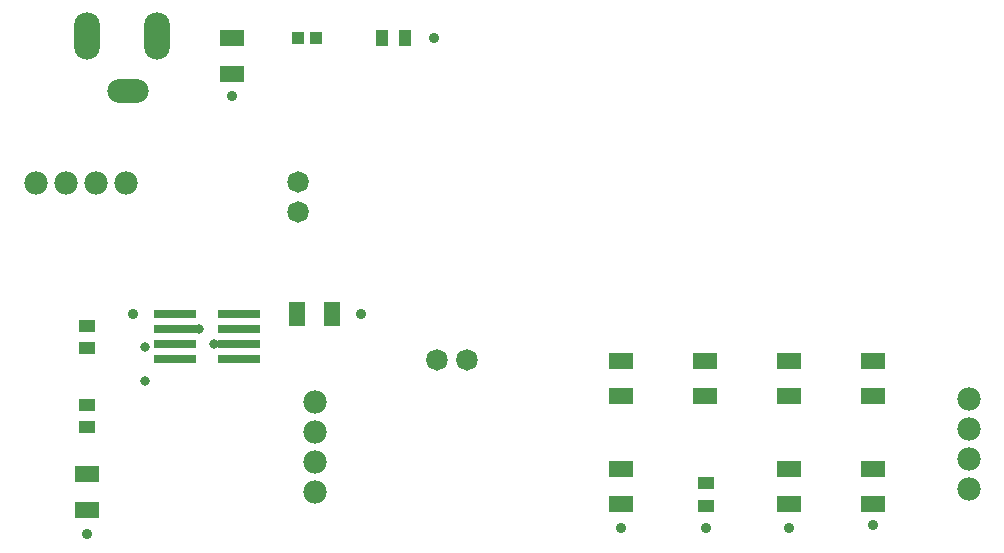
<source format=gts>
G04*
G04 #@! TF.GenerationSoftware,Altium Limited,Altium Designer,22.0.2 (36)*
G04*
G04 Layer_Color=8388736*
%FSLAX25Y25*%
%MOIN*%
G70*
G04*
G04 #@! TF.SameCoordinates,7413C347-F83B-4BEA-81E0-1AD2B0EE7C59*
G04*
G04*
G04 #@! TF.FilePolarity,Negative*
G04*
G01*
G75*
%ADD19R,0.03937X0.05709*%
%ADD20R,0.05709X0.03937*%
%ADD25C,0.00000*%
%ADD26R,0.07900X0.05200*%
%ADD27R,0.03950X0.03950*%
%ADD28R,0.05200X0.07900*%
%ADD29R,0.14186X0.03162*%
%ADD30C,0.07800*%
%ADD31O,0.08674X0.15761*%
%ADD32O,0.13792X0.07887*%
%ADD33C,0.07178*%
%ADD34C,0.03300*%
%ADD35C,0.03600*%
D19*
X137980Y179500D02*
D03*
X130500D02*
D03*
D20*
X32000Y76000D02*
D03*
Y83480D02*
D03*
Y49780D02*
D03*
Y57260D02*
D03*
X238550Y31040D02*
D03*
Y23560D02*
D03*
D25*
X152116Y72217D02*
G03*
X152116Y72217I-3390J0D01*
G01*
X162116D02*
G03*
X162116Y72217I-3390J0D01*
G01*
X105890Y131500D02*
G03*
X105890Y131500I-3390J0D01*
G01*
Y121500D02*
G03*
X105890Y121500I-3390J0D01*
G01*
D26*
X32000Y22200D02*
D03*
Y34000D02*
D03*
X80500Y179400D02*
D03*
Y167600D02*
D03*
X294000Y71900D02*
D03*
Y60100D02*
D03*
X266000Y71900D02*
D03*
Y60100D02*
D03*
X238000Y71900D02*
D03*
Y60100D02*
D03*
X210000Y71900D02*
D03*
Y60100D02*
D03*
X294000Y24100D02*
D03*
Y35900D02*
D03*
X266000Y24100D02*
D03*
Y35900D02*
D03*
X210000Y24100D02*
D03*
Y35900D02*
D03*
D27*
X102600Y179500D02*
D03*
X108505D02*
D03*
D28*
X102000Y87500D02*
D03*
X113800D02*
D03*
D29*
X82630D02*
D03*
Y82500D02*
D03*
Y77500D02*
D03*
Y72500D02*
D03*
X61370D02*
D03*
Y77500D02*
D03*
Y82500D02*
D03*
Y87500D02*
D03*
D30*
X326000Y39000D02*
D03*
Y29000D02*
D03*
Y59000D02*
D03*
Y49000D02*
D03*
X35000Y131000D02*
D03*
X45000D02*
D03*
X15000D02*
D03*
X25000D02*
D03*
X108000Y48000D02*
D03*
Y58000D02*
D03*
Y28000D02*
D03*
Y38000D02*
D03*
D31*
X55622Y180000D02*
D03*
X32000D02*
D03*
D32*
X45779Y161693D02*
D03*
D33*
X148726Y72217D02*
D03*
X158726D02*
D03*
X102500Y131500D02*
D03*
Y121500D02*
D03*
D34*
X69500Y82500D02*
D03*
X74500Y77500D02*
D03*
X51500Y76500D02*
D03*
Y65000D02*
D03*
D35*
X47500Y87500D02*
D03*
X147740Y179500D02*
D03*
X80500Y160000D02*
D03*
X32000Y14000D02*
D03*
X294000Y17000D02*
D03*
X266000Y16000D02*
D03*
X238500D02*
D03*
X210000D02*
D03*
X123500Y87500D02*
D03*
M02*

</source>
